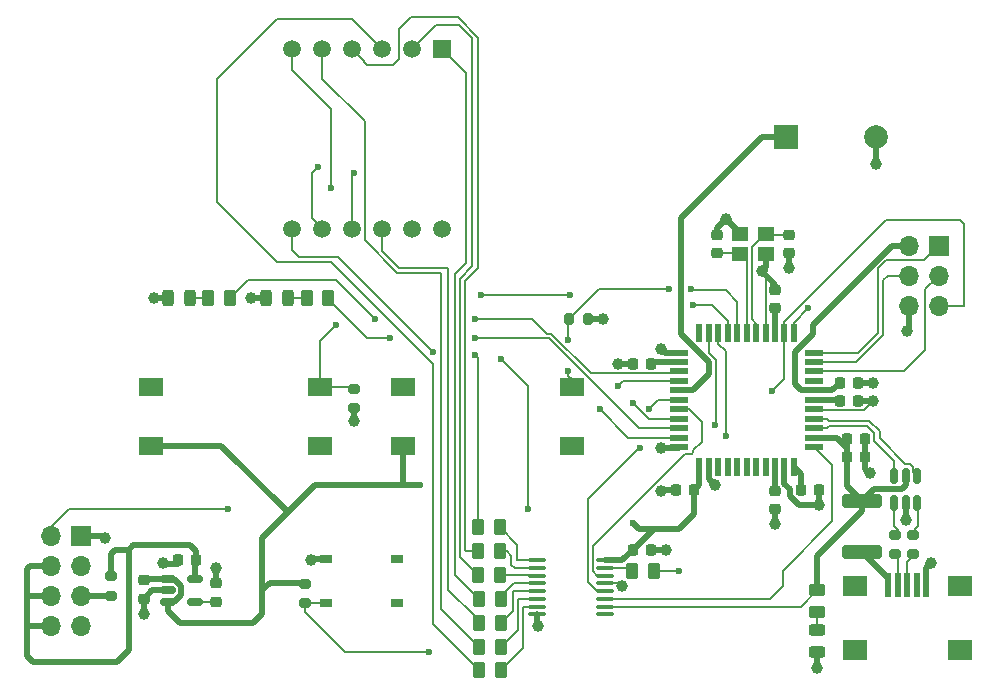
<source format=gbr>
%TF.GenerationSoftware,KiCad,Pcbnew,(7.0.0)*%
%TF.CreationDate,2023-04-20T22:31:55-06:00*%
%TF.ProjectId,Phase_B_PCB_Prototype,50686173-655f-4425-9f50-43425f50726f,rev?*%
%TF.SameCoordinates,Original*%
%TF.FileFunction,Copper,L1,Top*%
%TF.FilePolarity,Positive*%
%FSLAX46Y46*%
G04 Gerber Fmt 4.6, Leading zero omitted, Abs format (unit mm)*
G04 Created by KiCad (PCBNEW (7.0.0)) date 2023-04-20 22:31:55*
%MOMM*%
%LPD*%
G01*
G04 APERTURE LIST*
G04 Aperture macros list*
%AMRoundRect*
0 Rectangle with rounded corners*
0 $1 Rounding radius*
0 $2 $3 $4 $5 $6 $7 $8 $9 X,Y pos of 4 corners*
0 Add a 4 corners polygon primitive as box body*
4,1,4,$2,$3,$4,$5,$6,$7,$8,$9,$2,$3,0*
0 Add four circle primitives for the rounded corners*
1,1,$1+$1,$2,$3*
1,1,$1+$1,$4,$5*
1,1,$1+$1,$6,$7*
1,1,$1+$1,$8,$9*
0 Add four rect primitives between the rounded corners*
20,1,$1+$1,$2,$3,$4,$5,0*
20,1,$1+$1,$4,$5,$6,$7,0*
20,1,$1+$1,$6,$7,$8,$9,0*
20,1,$1+$1,$8,$9,$2,$3,0*%
G04 Aperture macros list end*
%TA.AperFunction,ComponentPad*%
%ADD10C,1.500000*%
%TD*%
%TA.AperFunction,ComponentPad*%
%ADD11R,1.500000X1.500000*%
%TD*%
%TA.AperFunction,SMDPad,CuDef*%
%ADD12RoundRect,0.225000X-0.225000X-0.250000X0.225000X-0.250000X0.225000X0.250000X-0.225000X0.250000X0*%
%TD*%
%TA.AperFunction,SMDPad,CuDef*%
%ADD13RoundRect,0.225000X-0.250000X0.225000X-0.250000X-0.225000X0.250000X-0.225000X0.250000X0.225000X0*%
%TD*%
%TA.AperFunction,SMDPad,CuDef*%
%ADD14R,1.000000X0.700000*%
%TD*%
%TA.AperFunction,SMDPad,CuDef*%
%ADD15R,1.400000X1.200000*%
%TD*%
%TA.AperFunction,SMDPad,CuDef*%
%ADD16RoundRect,0.250000X0.262500X0.450000X-0.262500X0.450000X-0.262500X-0.450000X0.262500X-0.450000X0*%
%TD*%
%TA.AperFunction,ComponentPad*%
%ADD17R,2.000000X2.000000*%
%TD*%
%TA.AperFunction,ComponentPad*%
%ADD18C,2.000000*%
%TD*%
%TA.AperFunction,SMDPad,CuDef*%
%ADD19RoundRect,0.150000X-0.512500X-0.150000X0.512500X-0.150000X0.512500X0.150000X-0.512500X0.150000X0*%
%TD*%
%TA.AperFunction,ComponentPad*%
%ADD20O,1.700000X1.700000*%
%TD*%
%TA.AperFunction,ComponentPad*%
%ADD21R,1.700000X1.700000*%
%TD*%
%TA.AperFunction,SMDPad,CuDef*%
%ADD22RoundRect,0.225000X0.225000X0.250000X-0.225000X0.250000X-0.225000X-0.250000X0.225000X-0.250000X0*%
%TD*%
%TA.AperFunction,SMDPad,CuDef*%
%ADD23RoundRect,0.200000X-0.275000X0.200000X-0.275000X-0.200000X0.275000X-0.200000X0.275000X0.200000X0*%
%TD*%
%TA.AperFunction,SMDPad,CuDef*%
%ADD24R,1.500000X0.550000*%
%TD*%
%TA.AperFunction,SMDPad,CuDef*%
%ADD25R,0.550000X1.500000*%
%TD*%
%TA.AperFunction,SMDPad,CuDef*%
%ADD26RoundRect,0.250000X-0.262500X-0.450000X0.262500X-0.450000X0.262500X0.450000X-0.262500X0.450000X0*%
%TD*%
%TA.AperFunction,SMDPad,CuDef*%
%ADD27RoundRect,0.200000X-0.200000X-0.275000X0.200000X-0.275000X0.200000X0.275000X-0.200000X0.275000X0*%
%TD*%
%TA.AperFunction,SMDPad,CuDef*%
%ADD28RoundRect,0.243750X-0.243750X-0.456250X0.243750X-0.456250X0.243750X0.456250X-0.243750X0.456250X0*%
%TD*%
%TA.AperFunction,SMDPad,CuDef*%
%ADD29RoundRect,0.150000X0.150000X-0.512500X0.150000X0.512500X-0.150000X0.512500X-0.150000X-0.512500X0*%
%TD*%
%TA.AperFunction,SMDPad,CuDef*%
%ADD30RoundRect,0.225000X0.250000X-0.225000X0.250000X0.225000X-0.250000X0.225000X-0.250000X-0.225000X0*%
%TD*%
%TA.AperFunction,SMDPad,CuDef*%
%ADD31RoundRect,0.243750X0.456250X-0.243750X0.456250X0.243750X-0.456250X0.243750X-0.456250X-0.243750X0*%
%TD*%
%TA.AperFunction,SMDPad,CuDef*%
%ADD32RoundRect,0.200000X0.275000X-0.200000X0.275000X0.200000X-0.275000X0.200000X-0.275000X-0.200000X0*%
%TD*%
%TA.AperFunction,SMDPad,CuDef*%
%ADD33R,2.000000X1.500000*%
%TD*%
%TA.AperFunction,SMDPad,CuDef*%
%ADD34RoundRect,0.250000X1.450000X-0.312500X1.450000X0.312500X-1.450000X0.312500X-1.450000X-0.312500X0*%
%TD*%
%TA.AperFunction,SMDPad,CuDef*%
%ADD35RoundRect,0.250000X-0.450000X0.262500X-0.450000X-0.262500X0.450000X-0.262500X0.450000X0.262500X0*%
%TD*%
%TA.AperFunction,SMDPad,CuDef*%
%ADD36RoundRect,0.100000X-0.637500X-0.100000X0.637500X-0.100000X0.637500X0.100000X-0.637500X0.100000X0*%
%TD*%
%TA.AperFunction,SMDPad,CuDef*%
%ADD37R,2.000000X1.700000*%
%TD*%
%TA.AperFunction,SMDPad,CuDef*%
%ADD38R,0.500000X2.000000*%
%TD*%
%TA.AperFunction,ViaPad*%
%ADD39C,0.600000*%
%TD*%
%TA.AperFunction,ViaPad*%
%ADD40C,1.000000*%
%TD*%
%TA.AperFunction,Conductor*%
%ADD41C,0.508000*%
%TD*%
%TA.AperFunction,Conductor*%
%ADD42C,0.203200*%
%TD*%
%TA.AperFunction,Conductor*%
%ADD43C,0.200000*%
%TD*%
G04 APERTURE END LIST*
D10*
%TO.P,U1,12,CA1*%
%TO.N,Dig1*%
X107442000Y-80518000D03*
%TO.P,U1,11,a*%
%TO.N,Net-(U1-a)*%
X104902000Y-80518000D03*
%TO.P,U1,10,f*%
%TO.N,Net-(U1-f)*%
X102362000Y-80518000D03*
%TO.P,U1,9,CA2*%
%TO.N,Dig2*%
X99822000Y-80518000D03*
%TO.P,U1,8,CA3*%
%TO.N,Dig3*%
X97282000Y-80518000D03*
%TO.P,U1,7,b*%
%TO.N,Net-(U1-b)*%
X94742000Y-80518000D03*
%TO.P,U1,6,CA4*%
%TO.N,Dig4*%
X94742000Y-65278000D03*
%TO.P,U1,5,g*%
%TO.N,Net-(U1-g)*%
X97282000Y-65278000D03*
%TO.P,U1,4,c*%
%TO.N,Net-(U1-c)*%
X99822000Y-65278000D03*
%TO.P,U1,3,DPX*%
%TO.N,Net-(U1-DPX)*%
X102362000Y-65278000D03*
%TO.P,U1,2,d*%
%TO.N,Net-(U1-d)*%
X104902000Y-65278000D03*
D11*
%TO.P,U1,1,e*%
%TO.N,Net-(U1-e)*%
X107441999Y-65277999D03*
%TD*%
D12*
%TO.P,C9,1*%
%TO.N,+5V*%
X141719000Y-99822000D03*
%TO.P,C9,2*%
%TO.N,GND*%
X143269000Y-99822000D03*
%TD*%
D13*
%TO.P,C1,1*%
%TO.N,XTAL2*%
X136779000Y-81052000D03*
%TO.P,C1,2*%
%TO.N,GND*%
X136779000Y-82602000D03*
%TD*%
D14*
%TO.P,S3,1*%
%TO.N,GND*%
X97615499Y-108512999D03*
%TO.P,S3,3*%
%TO.N,RST*%
X97615499Y-112212999D03*
%TO.P,S3,2*%
%TO.N,N/C*%
X103615499Y-108512999D03*
%TO.P,S3,4*%
X103615499Y-112212999D03*
%TD*%
D12*
%TO.P,C15,1*%
%TO.N,+5V*%
X123558000Y-107696000D03*
%TO.P,C15,2*%
%TO.N,GND*%
X125108000Y-107696000D03*
%TD*%
D13*
%TO.P,C14,1*%
%TO.N,+5V*%
X82169000Y-110284000D03*
%TO.P,C14,2*%
%TO.N,GND*%
X82169000Y-111834000D03*
%TD*%
D15*
%TO.P,Y1,1,1*%
%TO.N,XTAL1*%
X132630999Y-82676999D03*
%TO.P,Y1,2,2*%
%TO.N,GND*%
X134830999Y-82676999D03*
%TO.P,Y1,3,3*%
%TO.N,XTAL2*%
X134830999Y-80976999D03*
%TO.P,Y1,4,4*%
%TO.N,GND*%
X132630999Y-80976999D03*
%TD*%
D16*
%TO.P,R12,2*%
%TO.N,Net-(U1-DPX)*%
X110593500Y-117885000D03*
%TO.P,R12,1*%
%TO.N,dp*%
X112418500Y-117885000D03*
%TD*%
%TO.P,R11,2*%
%TO.N,Net-(U1-g)*%
X110593500Y-115951000D03*
%TO.P,R11,1*%
%TO.N,g*%
X112418500Y-115951000D03*
%TD*%
D17*
%TO.P,LS1,1,1*%
%TO.N,Buzzer*%
X136534999Y-72770999D03*
D18*
%TO.P,LS1,2,2*%
%TO.N,GND*%
X144135000Y-72771000D03*
%TD*%
D19*
%TO.P,U5,1,VIN*%
%TO.N,+5V*%
X84206500Y-110175000D03*
%TO.P,U5,2,GND*%
%TO.N,GND*%
X84206500Y-111125000D03*
%TO.P,U5,3,ON/~{OFF}*%
%TO.N,+5V*%
X84206500Y-112075000D03*
%TO.P,U5,4,BP*%
%TO.N,Net-(U5-BP)*%
X86481500Y-112075000D03*
%TO.P,U5,5,VOUT*%
%TO.N,+3.3V*%
X86481500Y-110175000D03*
%TD*%
D16*
%TO.P,R9,2*%
%TO.N,Net-(U1-e)*%
X110593500Y-111887000D03*
%TO.P,R9,1*%
%TO.N,e*%
X112418500Y-111887000D03*
%TD*%
D20*
%TO.P,J3,8,Pin_8*%
%TO.N,+3.3V*%
X74314999Y-114182999D03*
%TO.P,J3,7,Pin_7*%
%TO.N,RX*%
X76854999Y-114182999D03*
%TO.P,J3,6,Pin_6*%
%TO.N,+3.3V*%
X74314999Y-111642999D03*
%TO.P,J3,5,Pin_5*%
%TO.N,Net-(J3-Pin_5)*%
X76854999Y-111642999D03*
%TO.P,J3,4,Pin_4*%
%TO.N,+3.3V*%
X74314999Y-109102999D03*
%TO.P,J3,3,Pin_3*%
%TO.N,unconnected-(J3-Pin_3-Pad3)*%
X76854999Y-109102999D03*
%TO.P,J3,2,Pin_2*%
%TO.N,TX*%
X74314999Y-106562999D03*
D21*
%TO.P,J3,1,Pin_1*%
%TO.N,GND*%
X76854999Y-106562999D03*
%TD*%
D22*
%TO.P,C13,1*%
%TO.N,+3.3V*%
X86621500Y-108585000D03*
%TO.P,C13,2*%
%TO.N,GND*%
X85071500Y-108585000D03*
%TD*%
D12*
%TO.P,C3,1*%
%TO.N,+5V*%
X141719000Y-98298000D03*
%TO.P,C3,2*%
%TO.N,GND*%
X143269000Y-98298000D03*
%TD*%
%TO.P,C10,1*%
%TO.N,/UCAP*%
X141084000Y-95123000D03*
%TO.P,C10,2*%
%TO.N,GND*%
X142634000Y-95123000D03*
%TD*%
D23*
%TO.P,R17,2*%
%TO.N,Net-(J3-Pin_5)*%
X79375000Y-111569000D03*
%TO.P,R17,1*%
%TO.N,+3.3V*%
X79375000Y-109919000D03*
%TD*%
D24*
%TO.P,U3,1,PE6*%
%TO.N,SH_CP*%
X138922999Y-98995999D03*
%TO.P,U3,2,UVCC*%
%TO.N,+5V*%
X138922999Y-98195999D03*
%TO.P,U3,3,D-*%
%TO.N,USB_D-*%
X138922999Y-97395999D03*
%TO.P,U3,4,D+*%
%TO.N,USB_D+*%
X138922999Y-96595999D03*
%TO.P,U3,5,UGND*%
%TO.N,GND*%
X138922999Y-95795999D03*
%TO.P,U3,6,UCAP*%
%TO.N,/UCAP*%
X138922999Y-94995999D03*
%TO.P,U3,7,VBUS*%
%TO.N,+5V*%
X138922999Y-94195999D03*
%TO.P,U3,8,PB0*%
%TO.N,unconnected-(U3-PB0-Pad8)*%
X138922999Y-93395999D03*
%TO.P,U3,9,PB1*%
%TO.N,SCK*%
X138922999Y-92595999D03*
%TO.P,U3,10,PB2*%
%TO.N,MOSI*%
X138922999Y-91795999D03*
%TO.P,U3,11,PB3*%
%TO.N,MISO*%
X138922999Y-90995999D03*
D25*
%TO.P,U3,12,PB7*%
%TO.N,Dig3*%
X137222999Y-89295999D03*
%TO.P,U3,13,~{RESET}*%
%TO.N,RST*%
X136422999Y-89295999D03*
%TO.P,U3,14,VCC*%
%TO.N,+5V*%
X135622999Y-89295999D03*
%TO.P,U3,15,GND*%
%TO.N,GND*%
X134822999Y-89295999D03*
%TO.P,U3,16,XTAL2*%
%TO.N,XTAL2*%
X134022999Y-89295999D03*
%TO.P,U3,17,XTAL1*%
%TO.N,XTAL1*%
X133222999Y-89295999D03*
%TO.P,U3,18,PD0*%
%TO.N,Button_2*%
X132422999Y-89295999D03*
%TO.P,U3,19,PD1*%
%TO.N,Button_1*%
X131622999Y-89295999D03*
%TO.P,U3,20,PD2*%
%TO.N,TX*%
X130822999Y-89295999D03*
%TO.P,U3,21,PD3*%
%TO.N,RX*%
X130022999Y-89295999D03*
%TO.P,U3,22,PD5*%
%TO.N,unconnected-(U3-PD5-Pad22)*%
X129222999Y-89295999D03*
D24*
%TO.P,U3,23,GND*%
%TO.N,GND*%
X127522999Y-90995999D03*
%TO.P,U3,24,AVCC*%
%TO.N,+5V*%
X127522999Y-91795999D03*
%TO.P,U3,25,PD4*%
%TO.N,GREEN_LED*%
X127522999Y-92595999D03*
%TO.P,U3,26,PD6*%
%TO.N,Dig2*%
X127522999Y-93395999D03*
%TO.P,U3,27,PD7*%
%TO.N,Buzzer*%
X127522999Y-94195999D03*
%TO.P,U3,28,PB4*%
%TO.N,ST_CP*%
X127522999Y-94995999D03*
%TO.P,U3,29,PB5*%
%TO.N,DS*%
X127522999Y-95795999D03*
%TO.P,U3,30,PB6*%
%TO.N,Dig4*%
X127522999Y-96595999D03*
%TO.P,U3,31,PC6*%
%TO.N,RED_LED*%
X127522999Y-97395999D03*
%TO.P,U3,32,PC7*%
%TO.N,Dig1*%
X127522999Y-98195999D03*
%TO.P,U3,33,~{HWB}/PE2*%
%TO.N,GND*%
X127522999Y-98995999D03*
D25*
%TO.P,U3,34,VCC*%
%TO.N,+5V*%
X129222999Y-100695999D03*
%TO.P,U3,35,GND*%
%TO.N,GND*%
X130022999Y-100695999D03*
%TO.P,U3,36,PF7*%
%TO.N,unconnected-(U3-PF7-Pad36)*%
X130822999Y-100695999D03*
%TO.P,U3,37,PF6*%
%TO.N,unconnected-(U3-PF6-Pad37)*%
X131622999Y-100695999D03*
%TO.P,U3,38,PF5*%
%TO.N,unconnected-(U3-PF5-Pad38)*%
X132422999Y-100695999D03*
%TO.P,U3,39,PF4*%
%TO.N,unconnected-(U3-PF4-Pad39)*%
X133222999Y-100695999D03*
%TO.P,U3,40,PF1*%
%TO.N,unconnected-(U3-PF1-Pad40)*%
X134022999Y-100695999D03*
%TO.P,U3,41,PF0*%
%TO.N,unconnected-(U3-PF0-Pad41)*%
X134822999Y-100695999D03*
%TO.P,U3,42,AREF*%
%TO.N,/AREF*%
X135622999Y-100695999D03*
%TO.P,U3,43,GND*%
%TO.N,GND*%
X136422999Y-100695999D03*
%TO.P,U3,44,AVCC*%
%TO.N,+5V*%
X137222999Y-100695999D03*
%TD*%
D12*
%TO.P,C7,1*%
%TO.N,+5V*%
X141084000Y-93599000D03*
%TO.P,C7,2*%
%TO.N,GND*%
X142634000Y-93599000D03*
%TD*%
D26*
%TO.P,R5,2*%
%TO.N,Net-(U1-a)*%
X125372500Y-109474000D03*
%TO.P,R5,1*%
%TO.N,a*%
X123547500Y-109474000D03*
%TD*%
D27*
%TO.P,R2,1*%
%TO.N,Button_2*%
X118174000Y-88138000D03*
%TO.P,R2,2*%
%TO.N,GND*%
X119824000Y-88138000D03*
%TD*%
D28*
%TO.P,D2,1,K*%
%TO.N,GND*%
X84231000Y-86360000D03*
%TO.P,D2,2,A*%
%TO.N,Net-(D2-A)*%
X86106000Y-86360000D03*
%TD*%
D23*
%TO.P,R1,1*%
%TO.N,Button_1*%
X99949000Y-94044000D03*
%TO.P,R1,2*%
%TO.N,GND*%
X99949000Y-95694000D03*
%TD*%
D13*
%TO.P,C11,1*%
%TO.N,/AREF*%
X135636000Y-102730000D03*
%TO.P,C11,2*%
%TO.N,GND*%
X135636000Y-104280000D03*
%TD*%
D21*
%TO.P,J2,1,MISO*%
%TO.N,MISO*%
X149478999Y-81929999D03*
D20*
%TO.P,J2,2,VCC*%
%TO.N,+5V*%
X146938999Y-81929999D03*
%TO.P,J2,3,SCK*%
%TO.N,SCK*%
X149478999Y-84469999D03*
%TO.P,J2,4,MOSI*%
%TO.N,MOSI*%
X146938999Y-84469999D03*
%TO.P,J2,5,~{RST}*%
%TO.N,RST*%
X149478999Y-87009999D03*
%TO.P,J2,6,GND*%
%TO.N,GND*%
X146938999Y-87009999D03*
%TD*%
D29*
%TO.P,U4,1,I/O1*%
%TO.N,USB_CONN_D-*%
X145730000Y-103694500D03*
%TO.P,U4,2,GND*%
%TO.N,GND*%
X146680000Y-103694500D03*
%TO.P,U4,3,I/O2*%
%TO.N,USB_CONN_D+*%
X147630000Y-103694500D03*
%TO.P,U4,4,I/O2*%
%TO.N,USB_D+*%
X147630000Y-101419500D03*
%TO.P,U4,5,VBUS*%
%TO.N,+5V*%
X146680000Y-101419500D03*
%TO.P,U4,6,I/O1*%
%TO.N,USB_D-*%
X145730000Y-101419500D03*
%TD*%
D16*
%TO.P,R4,1*%
%TO.N,GREEN_LED*%
X89455000Y-86360000D03*
%TO.P,R4,2*%
%TO.N,Net-(D2-A)*%
X87630000Y-86360000D03*
%TD*%
D30*
%TO.P,C12,2*%
%TO.N,GND*%
X88259500Y-110538000D03*
%TO.P,C12,1*%
%TO.N,Net-(U5-BP)*%
X88259500Y-112088000D03*
%TD*%
D22*
%TO.P,C5,1*%
%TO.N,+5V*%
X128791000Y-102616000D03*
%TO.P,C5,2*%
%TO.N,GND*%
X127241000Y-102616000D03*
%TD*%
D31*
%TO.P,D3,2,A*%
%TO.N,Net-(D3-A)*%
X139187000Y-114446500D03*
%TO.P,D3,1,K*%
%TO.N,GND*%
X139187000Y-116321500D03*
%TD*%
D30*
%TO.P,C8,1*%
%TO.N,+5V*%
X135636000Y-87249000D03*
%TO.P,C8,2*%
%TO.N,GND*%
X135636000Y-85699000D03*
%TD*%
D28*
%TO.P,D1,2,A*%
%TO.N,Net-(D1-A)*%
X94397000Y-86360000D03*
%TO.P,D1,1,K*%
%TO.N,GND*%
X92522000Y-86360000D03*
%TD*%
D32*
%TO.P,R15,2*%
%TO.N,USB_CONN_D+*%
X147320000Y-106427000D03*
%TO.P,R15,1*%
%TO.N,Net-(J1-D+)*%
X147320000Y-108077000D03*
%TD*%
D33*
%TO.P,S1,A1,NO_1*%
%TO.N,unconnected-(S1-NO_1-PadA1)*%
X82765999Y-93892999D03*
%TO.P,S1,B1,NO_2*%
%TO.N,Button_1*%
X97065999Y-93892999D03*
%TO.P,S1,C1,COM_1*%
%TO.N,+5V*%
X82765999Y-98892999D03*
%TO.P,S1,D1,COM_2*%
%TO.N,unconnected-(S1-COM_2-PadD1)*%
X97065999Y-98892999D03*
%TD*%
D16*
%TO.P,R3,2*%
%TO.N,Net-(D1-A)*%
X95988500Y-86360000D03*
%TO.P,R3,1*%
%TO.N,RED_LED*%
X97813500Y-86360000D03*
%TD*%
D34*
%TO.P,F1,2*%
%TO.N,+5V*%
X142997000Y-103594500D03*
%TO.P,F1,1*%
%TO.N,Net-(J1-VBUS)*%
X142997000Y-107869500D03*
%TD*%
D23*
%TO.P,R13,2*%
%TO.N,RST*%
X95789500Y-112204000D03*
%TO.P,R13,1*%
%TO.N,+5V*%
X95789500Y-110554000D03*
%TD*%
D22*
%TO.P,C6,1*%
%TO.N,+5V*%
X125108000Y-91948000D03*
%TO.P,C6,2*%
%TO.N,GND*%
X123558000Y-91948000D03*
%TD*%
D33*
%TO.P,S2,A1,NO_1*%
%TO.N,unconnected-(S2-NO_1-PadA1)*%
X104101999Y-93932999D03*
%TO.P,S2,B1,NO_2*%
%TO.N,Button_2*%
X118401999Y-93932999D03*
%TO.P,S2,C1,COM_1*%
%TO.N,+5V*%
X104101999Y-98932999D03*
%TO.P,S2,D1,COM_2*%
%TO.N,unconnected-(S2-COM_2-PadD1)*%
X118401999Y-98932999D03*
%TD*%
D16*
%TO.P,R7,2*%
%TO.N,Net-(U1-c)*%
X110490000Y-107823000D03*
%TO.P,R7,1*%
%TO.N,c*%
X112315000Y-107823000D03*
%TD*%
D30*
%TO.P,C2,1*%
%TO.N,XTAL1*%
X130683000Y-82602000D03*
%TO.P,C2,2*%
%TO.N,GND*%
X130683000Y-81052000D03*
%TD*%
D35*
%TO.P,R14,2*%
%TO.N,Net-(D3-A)*%
X139187000Y-112935500D03*
%TO.P,R14,1*%
%TO.N,+5V*%
X139187000Y-111110500D03*
%TD*%
D12*
%TO.P,C4,1*%
%TO.N,+5V*%
X137782000Y-102616000D03*
%TO.P,C4,2*%
%TO.N,GND*%
X139332000Y-102616000D03*
%TD*%
D16*
%TO.P,R8,2*%
%TO.N,Net-(U1-d)*%
X110490000Y-109855000D03*
%TO.P,R8,1*%
%TO.N,d*%
X112315000Y-109855000D03*
%TD*%
D36*
%TO.P,U2,1,QB*%
%TO.N,b*%
X115501500Y-108596000D03*
%TO.P,U2,2,QC*%
%TO.N,c*%
X115501500Y-109246000D03*
%TO.P,U2,3,QD*%
%TO.N,d*%
X115501500Y-109896000D03*
%TO.P,U2,4,QE*%
%TO.N,e*%
X115501500Y-110546000D03*
%TO.P,U2,5,QF*%
%TO.N,f*%
X115501500Y-111196000D03*
%TO.P,U2,6,QG*%
%TO.N,g*%
X115501500Y-111846000D03*
%TO.P,U2,7,QH*%
%TO.N,dp*%
X115501500Y-112496000D03*
%TO.P,U2,8,GND*%
%TO.N,GND*%
X115501500Y-113146000D03*
%TO.P,U2,9,QH'*%
%TO.N,unconnected-(U2-QH'-Pad9)*%
X121226500Y-113146000D03*
%TO.P,U2,10,~{SRCLR}*%
%TO.N,+5V*%
X121226500Y-112496000D03*
%TO.P,U2,11,SRCLK*%
%TO.N,SH_CP*%
X121226500Y-111846000D03*
%TO.P,U2,12,RCLK*%
%TO.N,ST_CP*%
X121226500Y-111196000D03*
%TO.P,U2,13,~{OE}*%
%TO.N,GND*%
X121226500Y-110546000D03*
%TO.P,U2,14,SER*%
%TO.N,DS*%
X121226500Y-109896000D03*
%TO.P,U2,15,QA*%
%TO.N,a*%
X121226500Y-109246000D03*
%TO.P,U2,16,VCC*%
%TO.N,+5V*%
X121226500Y-108596000D03*
%TD*%
D16*
%TO.P,R6,2*%
%TO.N,Net-(U1-b)*%
X110490000Y-105791000D03*
%TO.P,R6,1*%
%TO.N,b*%
X112315000Y-105791000D03*
%TD*%
D37*
%TO.P,J1,6,Shield*%
%TO.N,unconnected-(J1-Shield-Pad6)*%
X151256999Y-116201999D03*
X151256999Y-110751999D03*
X142356999Y-116201999D03*
X142356999Y-110751999D03*
D38*
%TO.P,J1,5,GND*%
%TO.N,GND*%
X148406999Y-110651999D03*
%TO.P,J1,4,ID*%
%TO.N,unconnected-(J1-ID-Pad4)*%
X147606999Y-110651999D03*
%TO.P,J1,3,D+*%
%TO.N,Net-(J1-D+)*%
X146806999Y-110651999D03*
%TO.P,J1,2,D-*%
%TO.N,Net-(J1-D-)*%
X146006999Y-110651999D03*
%TO.P,J1,1,VBUS*%
%TO.N,Net-(J1-VBUS)*%
X145206999Y-110651999D03*
%TD*%
D16*
%TO.P,R10,2*%
%TO.N,Net-(U1-f)*%
X110593500Y-113919000D03*
%TO.P,R10,1*%
%TO.N,f*%
X112418500Y-113919000D03*
%TD*%
D32*
%TO.P,R16,2*%
%TO.N,USB_CONN_D-*%
X145796000Y-106427000D03*
%TO.P,R16,1*%
%TO.N,Net-(J1-D-)*%
X145796000Y-108077000D03*
%TD*%
D39*
%TO.N,Net-(U1-a)*%
X112395000Y-91567000D03*
X114681000Y-104267000D03*
X127508000Y-109474000D03*
%TO.N,RST*%
X135382000Y-94234000D03*
X106299000Y-116332000D03*
%TO.N,+5V*%
X123571000Y-105410000D03*
X105537000Y-102235000D03*
%TO.N,TX*%
X89281000Y-104267000D03*
X131445000Y-98044000D03*
%TO.N,RX*%
X130556000Y-97155000D03*
%TO.N,Button_1*%
X98425000Y-88646000D03*
X110744000Y-86106000D03*
X118237000Y-86106000D03*
X128651000Y-86995000D03*
%TO.N,Dig3*%
X96901000Y-75311000D03*
X138430000Y-87249000D03*
%TO.N,ST_CP*%
X124968000Y-95758000D03*
X124206000Y-99060000D03*
%TO.N,Button_2*%
X128524000Y-85598000D03*
X126619000Y-85598000D03*
X118110000Y-89916000D03*
X118110000Y-92583000D03*
%TO.N,Dig2*%
X99949000Y-75819000D03*
%TO.N,Dig4*%
X98044000Y-77089000D03*
%TO.N,Dig1*%
X120777000Y-95758000D03*
%TO.N,Dig4*%
X123571000Y-95250000D03*
%TO.N,Dig2*%
X122301000Y-93853000D03*
%TO.N,RED_LED*%
X102997000Y-89789000D03*
%TO.N,GREEN_LED*%
X101727000Y-88138000D03*
%TO.N,RED_LED*%
X110236000Y-89789000D03*
%TO.N,GREEN_LED*%
X110236000Y-88138000D03*
%TO.N,Net-(U1-b)*%
X106680000Y-90932000D03*
X110236000Y-91186000D03*
D40*
%TO.N,GND*%
X130556000Y-102235000D03*
X125984000Y-90678000D03*
X122301000Y-91948000D03*
X121071000Y-88138000D03*
X125984000Y-99060000D03*
X125984000Y-102743000D03*
X126365000Y-107696000D03*
X143891000Y-95123000D03*
X143891000Y-93599000D03*
X143637000Y-101219000D03*
X146685000Y-105156000D03*
X122682000Y-110744000D03*
X115570000Y-114173000D03*
X78867000Y-106680000D03*
X99949000Y-96774000D03*
X91277000Y-86360000D03*
X83003000Y-86360000D03*
X144145000Y-75057000D03*
X134493000Y-84113000D03*
X131445000Y-79668000D03*
X136779000Y-83859000D03*
X146812000Y-89154000D03*
X148844000Y-108839000D03*
X139319000Y-103886000D03*
X135636000Y-105537000D03*
X96297500Y-108585000D03*
X82169000Y-113091000D03*
X88265000Y-109220000D03*
X83820000Y-108818000D03*
X139187000Y-117670000D03*
%TD*%
D41*
%TO.N,+5V*%
X141719000Y-99060000D02*
X140855000Y-98196000D01*
X140855000Y-98196000D02*
X138923000Y-98196000D01*
X141719000Y-99060000D02*
X141719000Y-99822000D01*
X141719000Y-98298000D02*
X141719000Y-99060000D01*
X141719000Y-102316500D02*
X142997000Y-103594500D01*
X141719000Y-99822000D02*
X141719000Y-102316500D01*
%TO.N,GND*%
X143269000Y-100851000D02*
X143637000Y-101219000D01*
X143269000Y-99822000D02*
X143269000Y-100851000D01*
X143269000Y-98298000D02*
X143269000Y-99822000D01*
D42*
%TO.N,RST*%
X95789500Y-112934500D02*
X95789500Y-112204000D01*
X99187000Y-116332000D02*
X95789500Y-112934500D01*
X106299000Y-116332000D02*
X99187000Y-116332000D01*
D41*
%TO.N,+5V*%
X95725500Y-110490000D02*
X95789500Y-110554000D01*
X92837000Y-110490000D02*
X95725500Y-110490000D01*
X92837000Y-110490000D02*
X92202000Y-111125000D01*
%TO.N,+3.3V*%
X79375000Y-108077000D02*
X79375000Y-109919000D01*
X80899000Y-107696000D02*
X79756000Y-107696000D01*
X79756000Y-107696000D02*
X79375000Y-108077000D01*
D42*
%TO.N,TX*%
X74315000Y-105771000D02*
X74315000Y-106563000D01*
X75819000Y-104267000D02*
X74315000Y-105771000D01*
X89281000Y-104267000D02*
X75819000Y-104267000D01*
D41*
%TO.N,+5V*%
X85217000Y-113919000D02*
X84206500Y-112908500D01*
X91440000Y-113919000D02*
X85217000Y-113919000D01*
X92202000Y-113157000D02*
X91440000Y-113919000D01*
X92202000Y-111125000D02*
X92202000Y-113157000D01*
X84206500Y-112908500D02*
X84206500Y-112075000D01*
%TO.N,GND*%
X115501500Y-114104500D02*
X115501500Y-113150000D01*
X115570000Y-114173000D02*
X115501500Y-114104500D01*
D42*
%TO.N,Net-(J1-D-)*%
X146007000Y-108288000D02*
X146007000Y-110652000D01*
X145796000Y-108077000D02*
X146007000Y-108288000D01*
%TO.N,Button_2*%
X118402000Y-93256000D02*
X118402000Y-93933000D01*
X118110000Y-92964000D02*
X118402000Y-93256000D01*
X118110000Y-92583000D02*
X118110000Y-92964000D01*
X118174000Y-88138000D02*
X120714000Y-85598000D01*
X120714000Y-85598000D02*
X126619000Y-85598000D01*
%TO.N,ST_CP*%
X124079000Y-99060000D02*
X124206000Y-99060000D01*
X119784200Y-103354800D02*
X124079000Y-99060000D01*
%TO.N,Net-(U1-a)*%
X114681000Y-93853000D02*
X112395000Y-91567000D01*
X114681000Y-104267000D02*
X114681000Y-93853000D01*
X125372500Y-109474000D02*
X127508000Y-109474000D01*
%TO.N,RST*%
X136423000Y-93193000D02*
X136423000Y-89296000D01*
X135382000Y-94234000D02*
X136423000Y-93193000D01*
D41*
%TO.N,+5V*%
X128397000Y-105029000D02*
X127508000Y-105918000D01*
X128791000Y-104635000D02*
X128397000Y-105029000D01*
X124079000Y-105918000D02*
X125984000Y-105918000D01*
X123571000Y-105410000D02*
X124079000Y-105918000D01*
X127508000Y-105918000D02*
X125984000Y-105918000D01*
X125984000Y-105918000D02*
X125336000Y-105918000D01*
X125336000Y-105918000D02*
X123558000Y-107696000D01*
X104102000Y-102197000D02*
X104140000Y-102235000D01*
X104102000Y-98933000D02*
X104102000Y-102197000D01*
X104140000Y-102235000D02*
X105537000Y-102235000D01*
X96647000Y-102235000D02*
X104140000Y-102235000D01*
X92202000Y-111125000D02*
X92202000Y-106680000D01*
X88733000Y-98893000D02*
X94361000Y-104521000D01*
X94361000Y-104521000D02*
X96647000Y-102235000D01*
X82766000Y-98893000D02*
X88733000Y-98893000D01*
X92583000Y-106299000D02*
X94361000Y-104521000D01*
X92202000Y-106680000D02*
X92583000Y-106299000D01*
%TO.N,+3.3V*%
X81280000Y-107315000D02*
X80899000Y-107696000D01*
X86621500Y-107830500D02*
X86106000Y-107315000D01*
X86106000Y-107315000D02*
X81280000Y-107315000D01*
X86621500Y-108900000D02*
X86621500Y-107830500D01*
X86481500Y-109040000D02*
X86621500Y-108900000D01*
X86481500Y-110175000D02*
X86481500Y-109040000D01*
D42*
%TO.N,Button_1*%
X97066000Y-90005000D02*
X97066000Y-93893000D01*
X98425000Y-88646000D02*
X97066000Y-90005000D01*
%TO.N,Net-(U1-b)*%
X94742000Y-82296000D02*
X94742000Y-80518000D01*
X106680000Y-90932000D02*
X98656800Y-82908800D01*
X98656800Y-82908800D02*
X95354800Y-82908800D01*
X95354800Y-82908800D02*
X94742000Y-82296000D01*
D41*
%TO.N,GND*%
X130023000Y-101702000D02*
X130023000Y-100696000D01*
X130556000Y-102235000D02*
X130023000Y-101702000D01*
D42*
%TO.N,RX*%
X130603600Y-91590863D02*
X130603600Y-97107400D01*
X130023000Y-91010262D02*
X130603600Y-91590863D01*
X130603600Y-97107400D02*
X130556000Y-97155000D01*
X130023000Y-89296000D02*
X130023000Y-91010262D01*
%TO.N,TX*%
X131445000Y-90871200D02*
X131445000Y-98044000D01*
X130823000Y-90249200D02*
X131445000Y-90871200D01*
X130823000Y-89296000D02*
X130823000Y-90249200D01*
%TO.N,Dig3*%
X96393000Y-75819000D02*
X96393000Y-79629000D01*
%TO.N,Button_1*%
X99798000Y-93893000D02*
X99949000Y-94044000D01*
X97066000Y-93893000D02*
X99798000Y-93893000D01*
X118237000Y-86106000D02*
X110744000Y-86106000D01*
X130275200Y-86995000D02*
X128651000Y-86995000D01*
X131623000Y-88342800D02*
X130275200Y-86995000D01*
X131623000Y-89296000D02*
X131623000Y-88342800D01*
%TO.N,Dig3*%
X96393000Y-79629000D02*
X97282000Y-80518000D01*
X96901000Y-75311000D02*
X96393000Y-75819000D01*
X137223000Y-88456000D02*
X138430000Y-87249000D01*
X137223000Y-89296000D02*
X137223000Y-88456000D01*
%TO.N,ST_CP*%
X125730000Y-94996000D02*
X127523000Y-94996000D01*
X124968000Y-95758000D02*
X125730000Y-94996000D01*
X119784200Y-110409148D02*
X119784200Y-103354800D01*
X120571052Y-111196000D02*
X119784200Y-110409148D01*
X121226500Y-111196000D02*
X120571052Y-111196000D01*
%TO.N,DS*%
X128714500Y-99432700D02*
X128714500Y-99250500D01*
X128574600Y-99572600D02*
X128714500Y-99432700D01*
X120187400Y-107405966D02*
X128020766Y-99572600D01*
X120187400Y-109512348D02*
X120187400Y-107405966D01*
X120571052Y-109896000D02*
X120187400Y-109512348D01*
X128020766Y-99572600D02*
X128574600Y-99572600D01*
X121226500Y-109896000D02*
X120571052Y-109896000D01*
X129413000Y-98552000D02*
X128714500Y-99250500D01*
%TO.N,Button_2*%
X132423000Y-86703000D02*
X132423000Y-89296000D01*
X128651000Y-85725000D02*
X131445000Y-85725000D01*
X128524000Y-85598000D02*
X128651000Y-85725000D01*
X131445000Y-85725000D02*
X132423000Y-86703000D01*
X118110000Y-88202000D02*
X118174000Y-88138000D01*
X118110000Y-89916000D02*
X118110000Y-88202000D01*
%TO.N,GND*%
X134823000Y-84443000D02*
X134493000Y-84113000D01*
X134823000Y-89296000D02*
X134823000Y-84443000D01*
%TO.N,Dig4*%
X94742000Y-67056000D02*
X94742000Y-65278000D01*
X98044000Y-70358000D02*
X94742000Y-67056000D01*
X98044000Y-77089000D02*
X98044000Y-70358000D01*
%TO.N,Dig2*%
X99822000Y-75946000D02*
X99822000Y-80518000D01*
X99949000Y-75819000D02*
X99822000Y-75946000D01*
%TO.N,Dig1*%
X123215000Y-98196000D02*
X120777000Y-95758000D01*
X127523000Y-98196000D02*
X123215000Y-98196000D01*
%TO.N,Dig4*%
X124917000Y-96596000D02*
X123571000Y-95250000D01*
X127523000Y-96596000D02*
X124917000Y-96596000D01*
%TO.N,Dig2*%
X122758000Y-93396000D02*
X127523000Y-93396000D01*
X122301000Y-93853000D02*
X122758000Y-93396000D01*
%TO.N,RED_LED*%
X101103000Y-89789000D02*
X97674000Y-86360000D01*
X102997000Y-89789000D02*
X101103000Y-89789000D01*
%TO.N,GREEN_LED*%
X90979000Y-84836000D02*
X89455000Y-86360000D01*
X98425000Y-84836000D02*
X90979000Y-84836000D01*
X101727000Y-88138000D02*
X98425000Y-84836000D01*
X127369400Y-92749600D02*
X127523000Y-92596000D01*
X115062000Y-88138000D02*
X116309800Y-89385800D01*
X112649000Y-88138000D02*
X115062000Y-88138000D01*
X116309800Y-89385800D02*
X116690800Y-89385800D01*
X116690800Y-89385800D02*
X120054600Y-92749600D01*
X120054600Y-92749600D02*
X127369400Y-92749600D01*
%TO.N,RED_LED*%
X116523790Y-89789000D02*
X110236000Y-89789000D01*
X124130790Y-97396000D02*
X116523790Y-89789000D01*
X127523000Y-97396000D02*
X124130790Y-97396000D01*
%TO.N,Net-(U1-b)*%
X110490000Y-91440000D02*
X110236000Y-91186000D01*
X110490000Y-105791000D02*
X110490000Y-91440000D01*
%TO.N,Net-(U1-DPX)*%
X106680000Y-113971500D02*
X110593500Y-117885000D01*
X98044000Y-83312000D02*
X106680000Y-91948000D01*
X93472000Y-83312000D02*
X98044000Y-83312000D01*
X88392000Y-78232000D02*
X93472000Y-83312000D01*
X88392000Y-67818000D02*
X88392000Y-78232000D01*
X106680000Y-91948000D02*
X106680000Y-113971500D01*
X99822000Y-62738000D02*
X93472000Y-62738000D01*
X102362000Y-65278000D02*
X99822000Y-62738000D01*
X93472000Y-62738000D02*
X88392000Y-67818000D01*
%TO.N,GREEN_LED*%
X110236000Y-88138000D02*
X112649000Y-88138000D01*
D41*
%TO.N,Buzzer*%
X134493000Y-72771000D02*
X136535000Y-72771000D01*
X127635000Y-79629000D02*
X134493000Y-72771000D01*
X127635000Y-89408000D02*
X127635000Y-79629000D01*
X130048000Y-91821000D02*
X127635000Y-89408000D01*
X130048000Y-92804000D02*
X130048000Y-91821000D01*
X128656000Y-94196000D02*
X130048000Y-92804000D01*
X127523000Y-94196000D02*
X128656000Y-94196000D01*
D42*
%TO.N,DS*%
X129413000Y-96857800D02*
X129413000Y-98552000D01*
X128351200Y-95796000D02*
X129413000Y-96857800D01*
X127523000Y-95796000D02*
X128351200Y-95796000D01*
D41*
%TO.N,+5V*%
X128791000Y-102616000D02*
X128791000Y-104635000D01*
%TO.N,GND*%
X125108000Y-107696000D02*
X126365000Y-107696000D01*
D42*
%TO.N,+5V*%
X137801500Y-112496000D02*
X139187000Y-111110500D01*
X121226500Y-112496000D02*
X137801500Y-112496000D01*
%TO.N,SH_CP*%
X135169000Y-111846000D02*
X121226500Y-111846000D01*
X136271000Y-109474000D02*
X136271000Y-110744000D01*
X140462000Y-100535000D02*
X140462000Y-105283000D01*
X136271000Y-110744000D02*
X135169000Y-111846000D01*
X138923000Y-98996000D02*
X140462000Y-100535000D01*
X140462000Y-105283000D02*
X136271000Y-109474000D01*
%TO.N,GND*%
X143114400Y-95899600D02*
X143891000Y-95123000D01*
X139026600Y-95899600D02*
X143114400Y-95899600D01*
X138923000Y-95796000D02*
X139026600Y-95899600D01*
%TO.N,RST*%
X95798500Y-112213000D02*
X95789500Y-112204000D01*
X97615500Y-112213000D02*
X95798500Y-112213000D01*
D41*
%TO.N,+5V*%
X84775000Y-110175000D02*
X84206500Y-110175000D01*
X85365000Y-111483185D02*
X85365000Y-110765000D01*
X85365000Y-110765000D02*
X84775000Y-110175000D01*
X84773185Y-112075000D02*
X85365000Y-111483185D01*
X84206500Y-112075000D02*
X84773185Y-112075000D01*
X82278000Y-110175000D02*
X82169000Y-110284000D01*
X84206500Y-110175000D02*
X82278000Y-110175000D01*
D42*
%TO.N,Net-(U5-BP)*%
X88246500Y-112075000D02*
X88259500Y-112088000D01*
X86481500Y-112075000D02*
X88246500Y-112075000D01*
%TO.N,Net-(D2-A)*%
X87630000Y-86360000D02*
X86178000Y-86360000D01*
%TO.N,Net-(D1-A)*%
X95849000Y-86360000D02*
X94397000Y-86360000D01*
%TO.N,Net-(U1-c)*%
X100838000Y-66421000D02*
X100838000Y-66294000D01*
X100838000Y-66294000D02*
X99822000Y-65278000D01*
X103251000Y-66675000D02*
X101092000Y-66675000D01*
X103759000Y-66167000D02*
X103251000Y-66675000D01*
X103759000Y-63627000D02*
X103759000Y-66167000D01*
X101092000Y-66675000D02*
X100838000Y-66421000D01*
X104775000Y-62611000D02*
X103759000Y-63627000D01*
X109347000Y-84963000D02*
X110490000Y-83820000D01*
X109347000Y-107696000D02*
X109347000Y-84963000D01*
X108774210Y-62611000D02*
X104775000Y-62611000D01*
X109474000Y-107823000D02*
X109347000Y-107696000D01*
X110490000Y-83820000D02*
X110490000Y-64326790D01*
X110490000Y-64326790D02*
X108774210Y-62611000D01*
X110490000Y-107823000D02*
X109474000Y-107823000D01*
%TO.N,Net-(U1-g)*%
X100873600Y-71409600D02*
X97282000Y-67818000D01*
X100873600Y-81504810D02*
X100873600Y-71409600D01*
X97282000Y-67818000D02*
X97282000Y-65278000D01*
X103591990Y-84223200D02*
X100873600Y-81504810D01*
X107315000Y-112672500D02*
X107315000Y-84223200D01*
X110593500Y-115951000D02*
X107315000Y-112672500D01*
X107315000Y-84223200D02*
X103591990Y-84223200D01*
%TO.N,Net-(U1-f)*%
X102362000Y-82423000D02*
X102362000Y-80518000D01*
X103759000Y-83820000D02*
X102362000Y-82423000D01*
X107950000Y-83820000D02*
X103759000Y-83820000D01*
X107950000Y-111074611D02*
X107950000Y-83820000D01*
X110195989Y-113320600D02*
X107950000Y-111074611D01*
X110760511Y-113320600D02*
X110195989Y-113320600D01*
%TO.N,Net-(U1-d)*%
X108839000Y-63246000D02*
X106934000Y-63246000D01*
X106934000Y-63246000D02*
X104902000Y-65278000D01*
X108943800Y-108308800D02*
X108943800Y-84731200D01*
X108943800Y-84731200D02*
X109982000Y-83693000D01*
X109982000Y-83693000D02*
X109982000Y-64389000D01*
X109982000Y-64389000D02*
X108839000Y-63246000D01*
X110490000Y-109855000D02*
X108943800Y-108308800D01*
%TO.N,Net-(U1-e)*%
X109474000Y-67310000D02*
X107442000Y-65278000D01*
X108540600Y-84372400D02*
X109474000Y-83439000D01*
X108540600Y-109834100D02*
X108540600Y-84372400D01*
X109474000Y-83439000D02*
X109474000Y-67310000D01*
X110593500Y-111887000D02*
X108540600Y-109834100D01*
%TO.N,b*%
X113792000Y-108585000D02*
X115490500Y-108585000D01*
X113792000Y-107268000D02*
X113792000Y-108585000D01*
X115490500Y-108585000D02*
X115501500Y-108596000D01*
X112315000Y-105791000D02*
X113792000Y-107268000D01*
%TO.N,c*%
X113564000Y-109246000D02*
X115501500Y-109246000D01*
X113284000Y-108966000D02*
X113564000Y-109246000D01*
X113284000Y-108204000D02*
X113284000Y-108966000D01*
X112315000Y-107823000D02*
X112903000Y-107823000D01*
X112903000Y-107823000D02*
X113284000Y-108204000D01*
%TO.N,dp*%
X114300000Y-112522000D02*
X115475500Y-112522000D01*
X114300000Y-116003500D02*
X114300000Y-112522000D01*
X112418500Y-117885000D02*
X114300000Y-116003500D01*
X115475500Y-112522000D02*
X115501500Y-112496000D01*
%TO.N,g*%
X115460500Y-111887000D02*
X115501500Y-111846000D01*
X113845305Y-111887000D02*
X115460500Y-111887000D01*
X113845305Y-114524195D02*
X113845305Y-111887000D01*
X112418500Y-115951000D02*
X113845305Y-114524195D01*
%TO.N,f*%
X113442105Y-111156105D02*
X115461605Y-111156105D01*
X113442105Y-112895395D02*
X113442105Y-111156105D01*
X112418500Y-113919000D02*
X113442105Y-112895395D01*
X115461605Y-111156105D02*
X115501500Y-111196000D01*
%TO.N,e*%
X113482000Y-110546000D02*
X115501500Y-110546000D01*
X112418500Y-111887000D02*
X112418500Y-111609500D01*
X112418500Y-111609500D02*
X113482000Y-110546000D01*
%TO.N,d*%
X115460500Y-109855000D02*
X115501500Y-109896000D01*
X112315000Y-109855000D02*
X115460500Y-109855000D01*
D41*
%TO.N,GND*%
X135636000Y-85256000D02*
X134493000Y-84113000D01*
X135636000Y-85699000D02*
X135636000Y-85256000D01*
D42*
%TO.N,XTAL1*%
X132556000Y-82602000D02*
X132631000Y-82677000D01*
X130683000Y-82602000D02*
X132556000Y-82602000D01*
%TO.N,XTAL2*%
X134906000Y-81052000D02*
X134831000Y-80977000D01*
X136779000Y-81052000D02*
X134906000Y-81052000D01*
X134023000Y-88557000D02*
X134023000Y-89296000D01*
X133632600Y-88166600D02*
X134023000Y-88557000D01*
X133632600Y-82075400D02*
X133632600Y-88166600D01*
X134731000Y-80977000D02*
X133632600Y-82075400D01*
X134831000Y-80977000D02*
X134731000Y-80977000D01*
%TO.N,XTAL1*%
X132631000Y-82677000D02*
X133223000Y-83269000D01*
X133223000Y-83269000D02*
X133223000Y-89296000D01*
D41*
%TO.N,+5V*%
X137790000Y-94196000D02*
X137287000Y-93693000D01*
X138923000Y-94196000D02*
X137790000Y-94196000D01*
X138811000Y-88622262D02*
X138811000Y-89408000D01*
X137287000Y-93693000D02*
X137287000Y-90932000D01*
X137287000Y-90932000D02*
X138811000Y-89408000D01*
X145503262Y-81930000D02*
X138811000Y-88622262D01*
X146939000Y-81930000D02*
X145503262Y-81930000D01*
D42*
%TO.N,RST*%
X138557000Y-86233000D02*
X138684000Y-86106000D01*
X136423000Y-88367000D02*
X138557000Y-86233000D01*
X136423000Y-89296000D02*
X136423000Y-88367000D01*
X144399000Y-80391000D02*
X138684000Y-86106000D01*
X145034000Y-79756000D02*
X144399000Y-80391000D01*
X151257000Y-79756000D02*
X145034000Y-79756000D01*
X151638000Y-80137000D02*
X151257000Y-79756000D01*
X151638000Y-86995000D02*
X151638000Y-80137000D01*
X151623000Y-87010000D02*
X151638000Y-86995000D01*
X149479000Y-87010000D02*
X151623000Y-87010000D01*
%TO.N,MISO*%
X142684000Y-90996000D02*
X138923000Y-90996000D01*
X144376800Y-89303200D02*
X142684000Y-90996000D01*
X145034000Y-83185000D02*
X144376800Y-83842200D01*
X148224000Y-83185000D02*
X145034000Y-83185000D01*
X149479000Y-81930000D02*
X148224000Y-83185000D01*
X144376800Y-83842200D02*
X144376800Y-89303200D01*
%TO.N,SCK*%
X146545000Y-92596000D02*
X138923000Y-92596000D01*
X148327400Y-85621600D02*
X148327400Y-90813600D01*
X148327400Y-90813600D02*
X146545000Y-92596000D01*
X149479000Y-84470000D02*
X148327400Y-85621600D01*
%TO.N,MOSI*%
X144730000Y-89535000D02*
X144780000Y-89535000D01*
X142469000Y-91796000D02*
X144730000Y-89535000D01*
X144780000Y-84836000D02*
X144780000Y-89535000D01*
X145146000Y-84470000D02*
X144780000Y-84836000D01*
X146939000Y-84470000D02*
X145146000Y-84470000D01*
X142469000Y-91796000D02*
X138923000Y-91796000D01*
D41*
%TO.N,+5V*%
X146342000Y-102578000D02*
X144013500Y-102578000D01*
X144013500Y-102578000D02*
X142997000Y-103594500D01*
X146680000Y-101419500D02*
X146680000Y-102240000D01*
X146680000Y-102240000D02*
X146342000Y-102578000D01*
%TO.N,GND*%
X146685000Y-103699500D02*
X146680000Y-103694500D01*
X146685000Y-105156000D02*
X146685000Y-103699500D01*
D42*
%TO.N,USB_CONN_D+*%
X147701000Y-105664000D02*
X147701000Y-103765500D01*
X147442000Y-105923000D02*
X147701000Y-105664000D01*
X147442000Y-106427000D02*
X147442000Y-105923000D01*
X147701000Y-103765500D02*
X147630000Y-103694500D01*
%TO.N,USB_CONN_D-*%
X146045000Y-105995815D02*
X145730000Y-105680815D01*
X146045000Y-106427000D02*
X146045000Y-105995815D01*
X145730000Y-105680815D02*
X145730000Y-103694500D01*
%TO.N,Net-(J1-D+)*%
X146807000Y-108712000D02*
X147442000Y-108077000D01*
X146807000Y-110652000D02*
X146807000Y-108712000D01*
D41*
%TO.N,+5V*%
X142997000Y-104399000D02*
X142997000Y-103594500D01*
X139187000Y-108209000D02*
X142997000Y-104399000D01*
X139187000Y-111110500D02*
X139187000Y-108209000D01*
D42*
%TO.N,Net-(D3-A)*%
X139187000Y-112935500D02*
X139187000Y-114446500D01*
D41*
%TO.N,GND*%
X136878000Y-103147251D02*
X137616749Y-103886000D01*
X136878000Y-102536749D02*
X136878000Y-103147251D01*
X137616749Y-103886000D02*
X139319000Y-103886000D01*
X136423000Y-102081749D02*
X136878000Y-102536749D01*
X136423000Y-100696000D02*
X136423000Y-102081749D01*
X139332000Y-103873000D02*
X139319000Y-103886000D01*
X139332000Y-102616000D02*
X139332000Y-103873000D01*
%TO.N,+5V*%
X137782000Y-101255000D02*
X137223000Y-100696000D01*
X137782000Y-102616000D02*
X137782000Y-101255000D01*
%TO.N,/AREF*%
X135636000Y-102730000D02*
X135636000Y-100709000D01*
X135636000Y-100709000D02*
X135623000Y-100696000D01*
%TO.N,GND*%
X135636000Y-104280000D02*
X135636000Y-105537000D01*
X126111000Y-102616000D02*
X125984000Y-102743000D01*
X127241000Y-102616000D02*
X126111000Y-102616000D01*
%TO.N,+5V*%
X129223000Y-100696000D02*
X129223000Y-102184000D01*
X129223000Y-102184000D02*
X128791000Y-102616000D01*
%TO.N,GND*%
X148407000Y-109276000D02*
X148844000Y-108839000D01*
X148407000Y-110652000D02*
X148407000Y-109276000D01*
X142634000Y-95123000D02*
X143891000Y-95123000D01*
X142634000Y-93599000D02*
X143891000Y-93599000D01*
%TO.N,/UCAP*%
X140957000Y-94996000D02*
X141084000Y-95123000D01*
X138923000Y-94996000D02*
X140957000Y-94996000D01*
%TO.N,+5V*%
X140487000Y-94196000D02*
X141084000Y-93599000D01*
X138923000Y-94196000D02*
X140487000Y-94196000D01*
%TO.N,GND*%
X146939000Y-89027000D02*
X146812000Y-89154000D01*
X146939000Y-87010000D02*
X146939000Y-89027000D01*
X144135000Y-75047000D02*
X144145000Y-75057000D01*
X144135000Y-72771000D02*
X144135000Y-75047000D01*
X132631000Y-80854000D02*
X131445000Y-79668000D01*
X132631000Y-80977000D02*
X132631000Y-80854000D01*
X130683000Y-80430000D02*
X131445000Y-79668000D01*
X130683000Y-81052000D02*
X130683000Y-80430000D01*
X136779000Y-82602000D02*
X136779000Y-83859000D01*
X134831000Y-83775000D02*
X134493000Y-84113000D01*
X134831000Y-82677000D02*
X134831000Y-83775000D01*
%TO.N,+5V*%
X135623000Y-87262000D02*
X135636000Y-87249000D01*
X135623000Y-89296000D02*
X135623000Y-87262000D01*
X125260000Y-91796000D02*
X127523000Y-91796000D01*
X125108000Y-91948000D02*
X125260000Y-91796000D01*
%TO.N,GND*%
X126302000Y-90996000D02*
X125984000Y-90678000D01*
X127523000Y-90996000D02*
X126302000Y-90996000D01*
X127459000Y-99060000D02*
X127523000Y-98996000D01*
X125984000Y-99060000D02*
X127459000Y-99060000D01*
X122301000Y-91948000D02*
X123558000Y-91948000D01*
X119824000Y-88138000D02*
X121071000Y-88138000D01*
D42*
%TO.N,a*%
X123319500Y-109246000D02*
X123547500Y-109474000D01*
X121226500Y-109246000D02*
X123319500Y-109246000D01*
%TO.N,GND*%
X122484000Y-110546000D02*
X122682000Y-110744000D01*
X121226500Y-110546000D02*
X122484000Y-110546000D01*
D41*
X99949000Y-95694000D02*
X99949000Y-96774000D01*
X83003000Y-86360000D02*
X84303000Y-86360000D01*
X91277000Y-86360000D02*
X92522000Y-86360000D01*
X96369500Y-108513000D02*
X96297500Y-108585000D01*
X97615500Y-108513000D02*
X96369500Y-108513000D01*
X88259500Y-110538000D02*
X88259500Y-109225500D01*
X88259500Y-109225500D02*
X88265000Y-109220000D01*
X82878000Y-111125000D02*
X82169000Y-111834000D01*
X84206500Y-111125000D02*
X82878000Y-111125000D01*
X82169000Y-111834000D02*
X82169000Y-113091000D01*
X83902000Y-108900000D02*
X83820000Y-108818000D01*
X85071500Y-108900000D02*
X83902000Y-108900000D01*
X78750000Y-106563000D02*
X78867000Y-106680000D01*
X76855000Y-106563000D02*
X78750000Y-106563000D01*
%TO.N,+3.3V*%
X72263000Y-116713000D02*
X72263000Y-114046000D01*
X79883000Y-117221000D02*
X72771000Y-117221000D01*
X80899000Y-116205000D02*
X79883000Y-117221000D01*
X72771000Y-117221000D02*
X72263000Y-116713000D01*
X80899000Y-107696000D02*
X80899000Y-116205000D01*
X72273000Y-111643000D02*
X72263000Y-111633000D01*
X74315000Y-111643000D02*
X72273000Y-111643000D01*
X72263000Y-111633000D02*
X72263000Y-114046000D01*
X72263000Y-109347000D02*
X72263000Y-111633000D01*
X72400000Y-114183000D02*
X72263000Y-114046000D01*
X74315000Y-114183000D02*
X72400000Y-114183000D01*
X72507000Y-109103000D02*
X72263000Y-109347000D01*
X74315000Y-109103000D02*
X72507000Y-109103000D01*
%TO.N,Net-(J3-Pin_5)*%
X76929000Y-111569000D02*
X76855000Y-111643000D01*
X79375000Y-111569000D02*
X76929000Y-111569000D01*
%TO.N,+5V*%
X122662000Y-108592000D02*
X121226500Y-108592000D01*
X123558000Y-107696000D02*
X122662000Y-108592000D01*
%TO.N,GND*%
X139187000Y-117670000D02*
X139187000Y-116321500D01*
%TO.N,Net-(J1-VBUS)*%
X145207000Y-110079500D02*
X142997000Y-107869500D01*
X145207000Y-110652000D02*
X145207000Y-110079500D01*
D43*
%TO.N,USB_D-*%
X140048001Y-97396000D02*
X138923000Y-97396000D01*
X140223001Y-97221000D02*
X140048001Y-97396000D01*
X143409462Y-97221000D02*
X140223001Y-97221000D01*
X144019000Y-98444897D02*
X144019000Y-97830538D01*
X145730000Y-100155897D02*
X144019000Y-98444897D01*
X145730000Y-101419500D02*
X145730000Y-100155897D01*
%TO.N,USB_D+*%
X140048001Y-96596000D02*
X138923000Y-96596000D01*
X140223001Y-96771000D02*
X140048001Y-96596000D01*
X143595832Y-96771000D02*
X140223001Y-96771000D01*
X144468981Y-97644149D02*
X143595832Y-96771000D01*
X147016396Y-100457000D02*
X146667500Y-100457000D01*
X146667500Y-100457000D02*
X144468981Y-98258481D01*
X147280000Y-100720604D02*
X147016396Y-100457000D01*
%TO.N,USB_D-*%
X144019000Y-97830538D02*
X143409462Y-97221000D01*
%TO.N,USB_D+*%
X147630000Y-101419500D02*
X147280000Y-101069500D01*
X147280000Y-101069500D02*
X147280000Y-100720604D01*
X144468981Y-98258481D02*
X144468981Y-97644149D01*
%TD*%
M02*

</source>
